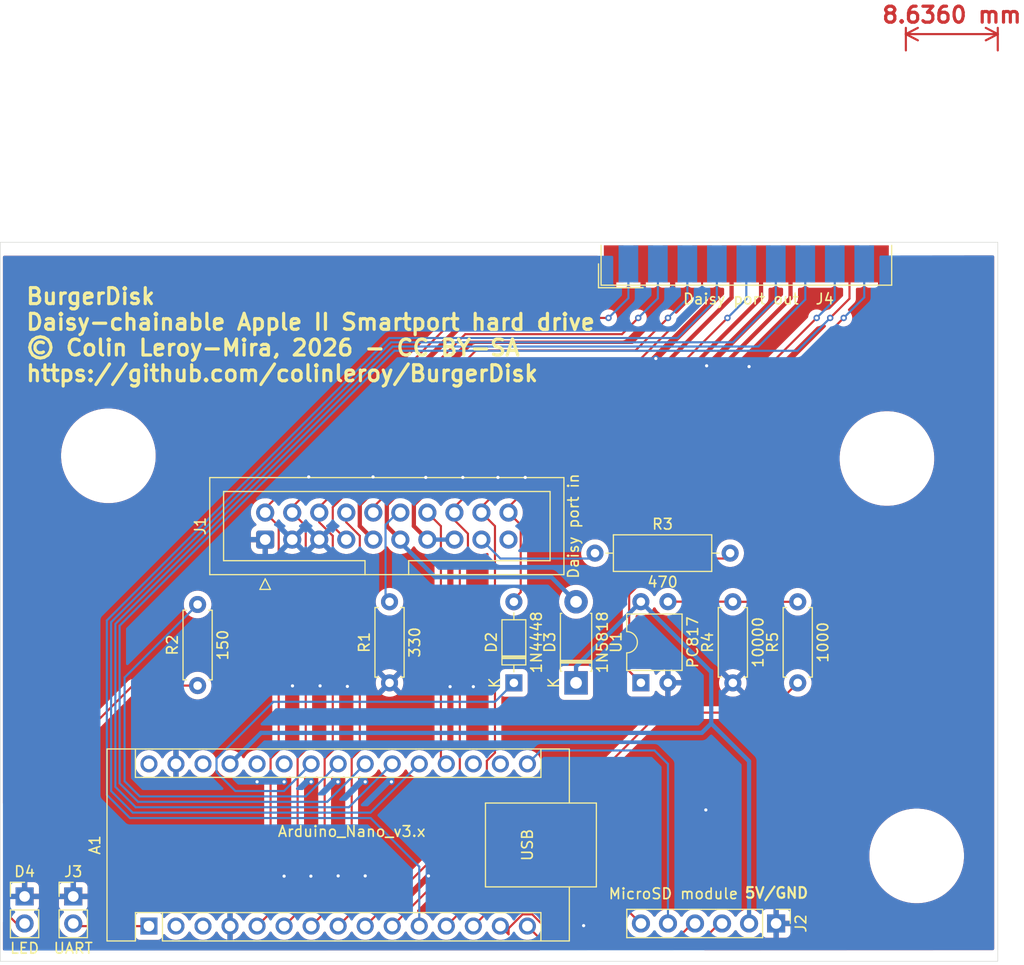
<source format=kicad_pcb>
(kicad_pcb (version 20241229) (generator "pcbnew") (generator_version "9.0")
  (layers (0 "F.Cu" signal) (2 "B.Cu" signal) (13 "F.Paste" user) (15 "B.Paste" user) (5 "F.SilkS" user "F.Silkscreen") (7 "B.SilkS" user "B.Silkscreen") (1 "F.Mask" user) (3 "B.Mask" user) (25 "Edge.Cuts" user))
  (net 0 "")
  (net 1 "TX")
  (net 2 "GND")
  (net 3 "PH0")
  (net 4 "PH1")
  (net 5 "PH2")
  (net 6 "PH3_in")
  (net 7 "RDDATA_in")
  (net 8 "WRDATA")
  (net 9 "PH3_out")
  (net 10 "DRV2_burgerDisk")
  (net 11 "CS")
  (net 12 "MOSI")
  (net 13 "MISO")
  (net 14 "SCK")
  (net 15 "DRV1_in")
  (net 16 "HDSEL_out")
  (net 17 "DRV1_out")
  (net 18 "DRV2_out")
  (net 19 "WRPROT_in")
  (net 20 "5V_burgerDisk")
  (net 21 "WRPROT_out")
  (net 22 "5V_apple2")
  (net 23 "EN3.5")
  (net 24 "-12V")
  (net 25 "+12V")
  (net 26 "DRV2_in")
  (net 27 "WREQ")
  (net 37 "Net-(R3-Pad2)")
  (net 38 "Net-(R4-Pad2)")
  (net 39 "HDSEL_in")
  (net 40 "Net-(D4-A)")
  (net 41 "Net-(A1-A4)")
  (footprint "DSUB-19-soldertype:DSUB-19_Female_EdgeMount_Pitch2.77mm" (layer "F.Cu") (at 140.97 45.72 180)
    (property "Reference" "J4" (at -7.366 -3.302 180) (layer "F.SilkS"))
    (property "Value" "Daisy port out")
    (fp_line (start 13.893333 0) (end 13.893333 -2.24) (stroke (width 0.12)) (layer "F.SilkS"))
    (fp_line (start 13.893333 -2.24) (end 9.7 -2.24) (stroke (width 0.12)) (layer "F.SilkS"))
    (fp_line (start 13.653333 1.74) (end 13.653333 -2) (stroke (width 0.12)) (layer "F.SilkS"))
    (fp_line (start 13.653333 -2) (end -13.653333 -2) (stroke (width 0.12)) (layer "F.SilkS"))
    (fp_line (start -13.653333 -2) (end -13.653333 1.74) (stroke (width 0.12)) (layer "F.SilkS"))
    (fp_text user "Daisy port out" (at 0.508 -3.302 180) (layer "F.SilkS"))
    (pad "1" smd rect (at 12.47 0 180) (size 1.846667 3.48) (layers "F.Cu" "F.Mask" "F.Paste") (net 2 "GND"))
    (pad "2" smd rect (at 9.7 0 180) (size 1.846667 3.48) (layers "F.Cu" "F.Mask" "F.Paste") (net 2 "GND"))
    (pad "3" smd rect (at 6.93 0 180) (size 1.846667 3.48) (layers "F.Cu" "F.Mask" "F.Paste") (net 2 "GND"))
    (pad "4" smd rect (at 4.16 0 180) (size 1.846667 3.48) (layers "F.Cu" "F.Mask" "F.Paste") (net 23 "EN3.5"))
    (pad "5" smd rect (at 1.39 0 180) (size 1.846667 3.48) (layers "F.Cu" "F.Mask" "F.Paste") (net 24 "-12V"))
    (pad "6" smd rect (at -1.38 0 180) (size 1.846667 3.48) (layers "F.Cu" "F.Mask" "F.Paste") (net 22 "5V_apple2"))
    (pad "7" smd rect (at -4.15 0 180) (size 1.846667 3.48) (layers "F.Cu" "F.Mask" "F.Paste") (net 25 "+12V"))
    (pad "8" smd rect (at -6.92 0 180) (size 1.846667 3.48) (layers "F.Cu" "F.Mask" "F.Paste") (net 25 "+12V"))
    (pad "9" smd rect (at -9.69 0 180) (size 1.846667 3.48) (layers "F.Cu" "F.Mask" "F.Paste") (net 18 "DRV2_out"))
    (pad "10" smd rect (at -12.46 0 180) (size 1.846667 3.48) (layers "F.Cu" "F.Mask" "F.Paste") (net 21 "WRPROT_out"))
    (pad "11" smd rect (at 11.085 0 180) (size 1.846667 3.48) (layers "B.Cu" "B.Mask" "B.Paste") (net 3 "PH0"))
    (pad "12" smd rect (at 8.315 0 180) (size 1.846667 3.48) (layers "B.Cu" "B.Mask" "B.Paste") (net 4 "PH1"))
    (pad "13" smd rect (at 5.545 0 180) (size 1.846667 3.48) (layers "B.Cu" "B.Mask" "B.Paste") (net 5 "PH2"))
    (pad "14" smd rect (at 2.775 0 180) (size 1.846667 3.48) (layers "B.Cu" "B.Mask" "B.Paste") (net 9 "PH3_out"))
    (pad "15" smd rect (at 0.005 0 180) (size 1.846667 3.48) (layers "B.Cu" "B.Mask" "B.Paste") (net 27 "WREQ"))
    (pad "16" smd rect (at -2.765 0 180) (size 1.846667 3.48) (layers "B.Cu" "B.Mask" "B.Paste") (net 16 "HDSEL_out"))
    (pad "17" smd rect (at -5.535 0 180) (size 1.846667 3.48) (layers "B.Cu" "B.Mask" "B.Paste") (net 17 "DRV1_out"))
    (pad "18" smd rect (at -8.305 0 180) (size 1.846667 3.48) (layers "B.Cu" "B.Mask" "B.Paste") (net 7 "RDDATA_in"))
    (pad "19" smd rect (at -11.075 0 180) (size 1.846667 3.48) (layers "B.Cu" "B.Mask" "B.Paste") (net 8 "WRDATA"))
  )
  (footprint "Diode_THT:D_DO-41_SOD81_P7.62mm_Horizontal" (layer "F.Cu") (at 124.968 85.09 90)
    (property "Reference" "D3" (at 3.81 -2.47 90) (layer "F.SilkS"))
    (property "Value" "1N5818" (at 3.81 2.47 90) (layer "F.SilkS"))
    (fp_line (start 6.53 -1.47) (end 6.53 -1.34) (stroke (width 0.12)) (layer "F.SilkS"))
    (fp_line (start 2.11 -1.47) (end 2.11 1.47) (stroke (width 0.12)) (layer "F.SilkS"))
    (fp_line (start 1.99 -1.47) (end 1.99 1.47) (stroke (width 0.12)) (layer "F.SilkS"))
    (fp_line (start 1.87 -1.47) (end 1.87 1.47) (stroke (width 0.12)) (layer "F.SilkS"))
    (fp_line (start 1.09 -1.47) (end 6.53 -1.47) (stroke (width 0.12)) (layer "F.SilkS"))
    (fp_line (start 1.09 -1.34) (end 1.09 -1.47) (stroke (width 0.12)) (layer "F.SilkS"))
    (fp_line (start 1.09 1.34) (end 1.09 1.47) (stroke (width 0.12)) (layer "F.SilkS"))
    (fp_line (start 6.53 1.47) (end 6.53 1.34) (stroke (width 0.12)) (layer "F.SilkS"))
    (fp_line (start 1.09 1.47) (end 6.53 1.47) (stroke (width 0.12)) (layer "F.SilkS"))
    (fp_text user "K" (at 0 -2.1 90) (layer "F.SilkS"))
    (pad "1" thru_hole rect (at 0 0 90) (size 2.2 2.2) (drill 1.1) (layers "*.Cu" "*.Mask") (net 20 "5V_burgerDisk"))
    (pad "2" thru_hole oval (at 7.62 0 90) (size 2.2 2.2) (drill 1.1) (layers "*.Cu" "*.Mask") (net 22 "5V_apple2"))
  )
  (footprint "Package_DIP:DIP-4_W7.62mm" (layer "F.Cu") (at 131.059 85.08 90)
    (property "Reference" "U1" (at 3.81 -2.33 90) (layer "F.SilkS"))
    (property "Value" "PC817" (at 3.81 4.87 90) (layer "F.SilkS"))
    (fp_line (start 6.46 -1.33) (end 4.81 -1.33) (stroke (width 0.12)) (layer "F.SilkS"))
    (fp_line (start 2.81 -1.33) (end 1.16 -1.33) (stroke (width 0.12)) (layer "F.SilkS"))
    (fp_line (start 1.16 -1.33) (end 1.16 3.87) (stroke (width 0.12)) (layer "F.SilkS"))
    (fp_line (start 6.46 3.87) (end 6.46 -1.33) (stroke (width 0.12)) (layer "F.SilkS"))
    (fp_line (start 1.16 3.87) (end 6.46 3.87) (stroke (width 0.12)) (layer "F.SilkS"))
    (fp_arc (start 4.81 -1.33) (mid 3.81 -0.33) (end 2.81 -1.33) (stroke (width 0.12)) (layer "F.SilkS"))
    (pad "1" thru_hole rect (at 0 0 90) (size 1.6 1.6) (drill 0.8) (layers "*.Cu" "*.Mask") (net 37 "Net-(R3-Pad2)"))
    (pad "2" thru_hole oval (at 0 2.54 90) (size 1.6 1.6) (drill 0.8) (layers "*.Cu" "*.Mask") (net 2 "GND"))
    (pad "3" thru_hole oval (at 7.62 2.54 90) (size 1.6 1.6) (drill 0.8) (layers "*.Cu" "*.Mask") (net 38 "Net-(R4-Pad2)"))
    (pad "4" thru_hole oval (at 7.62 0 90) (size 1.6 1.6) (drill 0.8) (layers "*.Cu" "*.Mask") (net 20 "5V_burgerDisk"))
  )
  (footprint "Resistor_THT:R_Axial_DIN0207_L6.3mm_D2.5mm_P7.62mm_Horizontal" (layer "F.Cu") (at 107.442 85.09 90)
    (property "Reference" "R1" (at 3.81 -2.37 90) (layer "F.SilkS"))
    (property "Value" "330" (at 3.81 2.37 90) (layer "F.SilkS"))
    (fp_line (start 7.08 -1.37) (end 7.08 -1.04) (stroke (width 0.12)) (layer "F.SilkS"))
    (fp_line (start 0.54 -1.37) (end 7.08 -1.37) (stroke (width 0.12)) (layer "F.SilkS"))
    (fp_line (start 0.54 -1.04) (end 0.54 -1.37) (stroke (width 0.12)) (layer "F.SilkS"))
    (fp_line (start 0.54 1.04) (end 0.54 1.37) (stroke (width 0.12)) (layer "F.SilkS"))
    (fp_line (start 7.08 1.37) (end 7.08 1.04) (stroke (width 0.12)) (layer "F.SilkS"))
    (fp_line (start 0.54 1.37) (end 7.08 1.37) (stroke (width 0.12)) (layer "F.SilkS"))
    (pad "1" thru_hole circle (at 0 0 90) (size 1.6 1.6) (drill 0.8) (layers "*.Cu" "*.Mask") (net 2 "GND"))
    (pad "2" thru_hole oval (at 7.62 0 90) (size 1.6 1.6) (drill 0.8) (layers "*.Cu" "*.Mask") (net 39 "HDSEL_in"))
  )
  (footprint "Connector_PinHeader_2.54mm:PinHeader_1x02_P2.54mm_Vertical" (layer "F.Cu") (at 73.152 105.156)
    (property "Reference" "D4" (at 0 -2.33 0) (layer "F.SilkS"))
    (property "Value" "LED" (at 0 4.87 0) (layer "F.SilkS"))
    (fp_line (start -1.33 -1.33) (end 0 -1.33) (stroke (width 0.12)) (layer "F.SilkS"))
    (fp_line (start -1.33 0) (end -1.33 -1.33) (stroke (width 0.12)) (layer "F.SilkS"))
    (fp_line (start -1.33 1.27) (end -1.33 3.87) (stroke (width 0.12)) (layer "F.SilkS"))
    (fp_line (start -1.33 1.27) (end 1.33 1.27) (stroke (width 0.12)) (layer "F.SilkS"))
    (fp_line (start -1.33 3.87) (end 1.33 3.87) (stroke (width 0.12)) (layer "F.SilkS"))
    (fp_line (start 1.33 1.27) (end 1.33 3.87) (stroke (width 0.12)) (layer "F.SilkS"))
    (pad "1" thru_hole rect (at 0 0) (size 1.7 1.7) (drill 1) (layers "*.Cu" "*.Mask") (net 2 "GND"))
    (pad "2" thru_hole oval (at 0 2.54) (size 1.7 1.7) (drill 1) (layers "*.Cu" "*.Mask") (net 40 "Net-(D4-A)"))
  )
  (footprint "MountingHole:MountingHole_8.4mm_M8" (layer "F.Cu") (at 154.178 64.008)
    (property "Reference" "REF**")
    (property "Value" "MountingHole_8.4mm_M8")
    (pad "" np_thru_hole circle (at 0 0) (size 8.4 8.4) (drill 8.4) (layers "*.Cu" "*.Mask"))
  )
  (footprint "Connector_PinHeader_2.54mm:PinHeader_1x02_P2.54mm_Vertical" (layer "F.Cu") (at 77.724 105.156)
    (property "Reference" "J3" (at 0 -2.33 0) (layer "F.SilkS"))
    (property "Value" "UART" (at 0 4.87 0) (layer "F.SilkS"))
    (fp_line (start -1.33 -1.33) (end 0 -1.33) (stroke (width 0.12)) (layer "F.SilkS"))
    (fp_line (start -1.33 0) (end -1.33 -1.33) (stroke (width 0.12)) (layer "F.SilkS"))
    (fp_line (start -1.33 1.27) (end -1.33 3.87) (stroke (width 0.12)) (layer "F.SilkS"))
    (fp_line (start -1.33 1.27) (end 1.33 1.27) (stroke (width 0.12)) (layer "F.SilkS"))
    (fp_line (start -1.33 3.87) (end 1.33 3.87) (stroke (width 0.12)) (layer "F.SilkS"))
    (fp_line (start 1.33 1.27) (end 1.33 3.87) (stroke (width 0.12)) (layer "F.SilkS"))
    (pad "1" thru_hole rect (at 0 0) (size 1.7 1.7) (drill 1) (layers "*.Cu" "*.Mask") (net 2 "GND"))
    (pad "2" thru_hole oval (at 0 2.54) (size 1.7 1.7) (drill 1) (layers "*.Cu" "*.Mask") (net 1 "TX"))
  )
  (footprint "MountingHole:MountingHole_8.4mm_M8" (layer "F.Cu") (at 156.972 101.346)
    (property "Reference" "REF**")
    (property "Value" "MountingHole_8.4mm_M8")
    (pad "" np_thru_hole circle (at 0 0) (size 8.4 8.4) (drill 8.4) (layers "*.Cu" "*.Mask"))
  )
  (footprint "MountingHole:MountingHole_8.4mm_M8" (layer "F.Cu") (at 81.026 63.754)
    (property "Reference" "REF**")
    (property "Value" "MountingHole_8.4mm_M8")
    (pad "" np_thru_hole circle (at 0 0) (size 8.4 8.4) (drill 8.4) (layers "*.Cu" "*.Mask"))
  )
  (footprint "Resistor_THT:R_Axial_DIN0309_L9.0mm_D3.2mm_P12.70mm_Horizontal" (layer "F.Cu") (at 126.746 72.898)
    (property "Reference" "R3" (at 6.35 -2.72 0) (layer "F.SilkS"))
    (property "Value" "470" (at 6.35 2.72 0) (layer "F.SilkS"))
    (fp_line (start 1.04 0) (end 1.73 0) (stroke (width 0.12)) (layer "F.SilkS"))
    (fp_line (start 1.73 -1.72) (end 1.73 1.72) (stroke (width 0.12)) (layer "F.SilkS"))
    (fp_line (start 1.73 1.72) (end 10.97 1.72) (stroke (width 0.12)) (layer "F.SilkS"))
    (fp_line (start 10.97 -1.72) (end 1.73 -1.72) (stroke (width 0.12)) (layer "F.SilkS"))
    (fp_line (start 10.97 1.72) (end 10.97 -1.72) (stroke (width 0.12)) (layer "F.SilkS"))
    (fp_line (start 11.66 0) (end 10.97 0) (stroke (width 0.12)) (layer "F.SilkS"))
    (pad "1" thru_hole circle (at 0 0) (size 1.6 1.6) (drill 0.8) (layers "*.Cu" "*.Mask") (net 26 "DRV2_in"))
    (pad "2" thru_hole oval (at 12.7 0) (size 1.6 1.6) (drill 0.8) (layers "*.Cu" "*.Mask") (net 37 "Net-(R3-Pad2)"))
  )
  (footprint "Resistor_THT:R_Axial_DIN0207_L6.3mm_D2.5mm_P7.62mm_Horizontal" (layer "F.Cu") (at 139.7 85.09 90)
    (property "Reference" "R4" (at 3.81 -2.37 90) (layer "F.SilkS"))
    (property "Value" "10000" (at 3.81 2.37 90) (layer "F.SilkS"))
    (fp_line (start 7.08 -1.37) (end 7.08 -1.04) (stroke (width 0.12)) (layer "F.SilkS"))
    (fp_line (start 0.54 -1.37) (end 7.08 -1.37) (stroke (width 0.12)) (layer "F.SilkS"))
    (fp_line (start 0.54 -1.04) (end 0.54 -1.37) (stroke (width 0.12)) (layer "F.SilkS"))
    (fp_line (start 0.54 1.04) (end 0.54 1.37) (stroke (width 0.12)) (layer "F.SilkS"))
    (fp_line (start 7.08 1.37) (end 7.08 1.04) (stroke (width 0.12)) (layer "F.SilkS"))
    (fp_line (start 0.54 1.37) (end 7.08 1.37) (stroke (width 0.12)) (layer "F.SilkS"))
    (pad "1" thru_hole circle (at 0 0 90) (size 1.6 1.6) (drill 0.8) (layers "*.Cu" "*.Mask") (net 2 "GND"))
    (pad "2" thru_hole oval (at 7.62 0 90) (size 1.6 1.6) (drill 0.8) (layers "*.Cu" "*.Mask") (net 38 "Net-(R4-Pad2)"))
  )
  (footprint "Module:Arduino_Nano" (layer "F.Cu") (at 84.836 107.94 90)
    (property "Reference" "A1" (at 7.62 -5.08 90) (layer "F.SilkS"))
    (property "Value" "Arduino_Nano_v3.x" (at 8.89 19.05 0) (layer "F.SilkS"))
    (fp_line (start 16.64 -3.94) (end -1.4 -3.94) (stroke (width 0.12)) (layer "F.SilkS"))
    (fp_line (start -1.4 -3.94) (end -1.4 -1.27) (stroke (width 0.12)) (layer "F.SilkS"))
    (fp_line (start 13.97 -1.27) (end 16.64 -1.27) (stroke (width 0.12)) (layer "F.SilkS"))
    (fp_line (start 13.97 -1.27) (end 13.97 36.83) (stroke (width 0.12)) (layer "F.SilkS"))
    (fp_line (start 1.27 -1.27) (end -1.4 -1.27) (stroke (width 0.12)) (layer "F.SilkS"))
    (fp_line (start 1.27 1.27) (end 1.27 -1.27) (stroke (width 0.12)) (layer "F.SilkS"))
    (fp_line (start 1.27 1.27) (end -1.4 1.27) (stroke (width 0.12)) (layer "F.SilkS"))
    (fp_line (start 1.27 1.27) (end 1.27 36.83) (stroke (width 0.12)) (layer "F.SilkS"))
    (fp_line (start -1.4 1.27) (end -1.4 39.5) (stroke (width 0.12)) (layer "F.SilkS"))
    (fp_line (start 11.56 31.62) (end 11.56 42.04) (stroke (width 0.12)) (layer "F.SilkS"))
    (fp_line (start 3.68 31.62) (end 11.56 31.62) (stroke (width 0.12)) (layer "F.SilkS"))
    (fp_line (start 13.97 36.83) (end 16.64 36.83) (stroke (width 0.12)) (layer "F.SilkS"))
    (fp_line (start 1.27 36.83) (end -1.4 36.83) (stroke (width 0.12)) (layer "F.SilkS"))
    (fp_line (start 16.64 39.5) (end 16.64 -3.94) (stroke (width 0.12)) (layer "F.SilkS"))
    (fp_line (start 16.64 39.5) (end 11.56 39.5) (stroke (width 0.12)) (layer "F.SilkS"))
    (fp_line (start -1.4 39.5) (end 3.68 39.5) (stroke (width 0.12)) (layer "F.SilkS"))
    (fp_line (start 11.56 42.04) (end 3.68 42.04) (stroke (width 0.12)) (layer "F.SilkS"))
    (fp_line (start 3.68 42.04) (end 3.68 31.62) (stroke (width 0.12)) (layer "F.SilkS"))
    (fp_text user "USB" (at 7.62 35.56 90) (layer "F.SilkS"))
    (pad "1" thru_hole rect (at 0 0 90) (size 1.6 1.6) (drill 1) (layers "*.Cu" "*.Mask") (net 1 "TX"))
    (pad "2" thru_hole oval (at 0 2.54 90) (size 1.6 1.6) (drill 1) (layers "*.Cu" "*.Mask"))
    (pad "3" thru_hole oval (at 0 5.08 90) (size 1.6 1.6) (drill 1) (layers "*.Cu" "*.Mask"))
    (pad "4" thru_hole oval (at 0 7.62 90) (size 1.6 1.6) (drill 1) (layers "*.Cu" "*.Mask") (net 2 "GND"))
    (pad "5" thru_hole oval (at 0 10.16 90) (size 1.6 1.6) (drill 1) (layers "*.Cu" "*.Mask") (net 3 "PH0"))
    (pad "6" thru_hole oval (at 0 12.7 90) (size 1.6 1.6) (drill 1) (layers "*.Cu" "*.Mask") (net 4 "PH1"))
    (pad "7" thru_hole oval (at 0 15.24 90) (size 1.6 1.6) (drill 1) (layers "*.Cu" "*.Mask") (net 5 "PH2"))
    (pad "8" thru_hole oval (at 0 17.78 90) (size 1.6 1.6) (drill 1) (layers "*.Cu" "*.Mask") (net 6 "PH3_in"))
    (pad "9" thru_hole oval (at 0 20.32 90) (size 1.6 1.6) (drill 1) (layers "*.Cu" "*.Mask") (net 7 "RDDATA_in"))
    (pad "10" thru_hole oval (at 0 22.86 90) (size 1.6 1.6) (drill 1) (layers "*.Cu" "*.Mask") (net 8 "WRDATA"))
    (pad "11" thru_hole oval (at 0 25.4 90) (size 1.6 1.6) (drill 1) (layers "*.Cu" "*.Mask") (net 9 "PH3_out"))
    (pad "12" thru_hole oval (at 0 27.94 90) (size 1.6 1.6) (drill 1) (layers "*.Cu" "*.Mask") (net 10 "DRV2_burgerDisk"))
    (pad "13" thru_hole oval (at 0 30.48 90) (size 1.6 1.6) (drill 1) (layers "*.Cu" "*.Mask") (net 11 "CS"))
    (pad "14" thru_hole oval (at 0 33.02 90) (size 1.6 1.6) (drill 1) (layers "*.Cu" "*.Mask") (net 12 "MOSI"))
    (pad "15" thru_hole oval (at 0 35.56 90) (size 1.6 1.6) (drill 1) (layers "*.Cu" "*.Mask") (net 13 "MISO"))
    (pad "16" thru_hole oval (at 15.24 35.56 90) (size 1.6 1.6) (drill 1) (layers "*.Cu" "*.Mask") (net 14 "SCK"))
    (pad "17" thru_hole oval (at 15.24 33.02 90) (size 1.6 1.6) (drill 1) (layers "*.Cu" "*.Mask"))
    (pad "18" thru_hole oval (at 15.24 30.48 90) (size 1.6 1.6) (drill 1) (layers "*.Cu" "*.Mask"))
    (pad "19" thru_hole oval (at 15.24 27.94 90) (size 1.6 1.6) (drill 1) (layers "*.Cu" "*.Mask") (net 15 "DRV1_in"))
    (pad "20" thru_hole oval (at 15.24 25.4 90) (size 1.6 1.6) (drill 1) (layers "*.Cu" "*.Mask") (net 16 "HDSEL_out"))
    (pad "21" thru_hole oval (at 15.24 22.86 90) (size 1.6 1.6) (drill 1) (layers "*.Cu" "*.Mask") (net 17 "DRV1_out"))
    (pad "22" thru_hole oval (at 15.24 20.32 90) (size 1.6 1.6) (drill 1) (layers "*.Cu" "*.Mask") (net 18 "DRV2_out"))
    (pad "23" thru_hole oval (at 15.24 17.78 90) (size 1.6 1.6) (drill 1) (layers "*.Cu" "*.Mask") (net 41 "Net-(A1-A4)"))
    (pad "24" thru_hole oval (at 15.24 15.24 90) (size 1.6 1.6) (drill 1) (layers "*.Cu" "*.Mask") (net 19 "WRPROT_in"))
    (pad "25" thru_hole oval (at 15.24 12.7 90) (size 1.6 1.6) (drill 1) (layers "*.Cu" "*.Mask"))
    (pad "26" thru_hole oval (at 15.24 10.16 90) (size 1.6 1.6) (drill 1) (layers "*.Cu" "*.Mask"))
    (pad "27" thru_hole oval (at 15.24 7.62 90) (size 1.6 1.6) (drill 1) (layers "*.Cu" "*.Mask") (net 20 "5V_burgerDisk"))
    (pad "28" thru_hole oval (at 15.24 5.08 90) (size 1.6 1.6) (drill 1) (layers "*.Cu" "*.Mask"))
    (pad "29" thru_hole oval (at 15.24 2.54 90) (size 1.6 1.6) (drill 1) (layers "*.Cu" "*.Mask") (net 2 "GND"))
    (pad "30" thru_hole oval (at 15.24 0 90) (size 1.6 1.6) (drill 1) (layers "*.Cu" "*.Mask"))
  )
  (footprint "Connector_IDC:IDC-Header_2x10_P2.54mm_Vertical" (layer "F.Cu") (at 95.758 71.628 90)
    (property "Reference" "J1" (at 1.27 -6.1 90) (layer "F.SilkS"))
    (property "Value" "Daisy port in" (at 1.27 28.96 90) (layer "F.SilkS"))
    (fp_line (start 5.83 -5.21) (end 5.83 28.07) (stroke (width 0.12)) (layer "F.SilkS"))
    (fp_line (start -3.29 -5.21) (end 5.83 -5.21) (stroke (width 0.12)) (layer "F.SilkS"))
    (fp_line (start 4.52 -3.91) (end 4.52 26.77) (stroke (width 0.12)) (layer "F.SilkS"))
    (fp_line (start -1.98 -3.91) (end 4.52 -3.91) (stroke (width 0.12)) (layer "F.SilkS"))
    (fp_line (start -4.68 -0.5) (end -4.68 0.5) (stroke (width 0.12)) (layer "F.SilkS"))
    (fp_line (start -3.68 0) (end -4.68 -0.5) (stroke (width 0.12)) (layer "F.SilkS"))
    (fp_line (start -4.68 0.5) (end -3.68 0) (stroke (width 0.12)) (layer "F.SilkS"))
    (fp_line (start -1.98 9.38) (end -1.98 -3.91) (stroke (width 0.12)) (layer "F.SilkS"))
    (fp_line (start -3.29 9.38) (end -1.98 9.38) (stroke (width 0.12)) (layer "F.SilkS"))
    (fp_line (start -1.98 13.48) (end -1.98 13.48) (stroke (width 0.12)) (layer "F.SilkS"))
    (fp_line (start -1.98 13.48) (end -3.29 13.48) (stroke (width 0.12)) (layer "F.SilkS"))
    (fp_line (start 4.52 26.77) (end -1.98 26.77) (stroke (width 0.12)) (layer "F.SilkS"))
    (fp_line (start -1.98 26.77) (end -1.98 13.48) (stroke (width 0.12)) (layer "F.SilkS"))
    (fp_line (start 5.83 28.07) (end -3.29 28.07) (stroke (width 0.12)) (layer "F.SilkS"))
    (fp_line (start -3.29 28.07) (end -3.29 -5.21) (stroke (width 0.12)) (layer "F.SilkS"))
    (pad "1" thru_hole roundrect (at 0 0 90) (size 1.7 1.7) (drill 1) (layers "*.Cu" "*.Mask") (roundrect_rratio 0.1470588235) (net 2 "GND"))
    (pad "2" thru_hole circle (at 2.54 0 90) (size 1.7 1.7) (drill 1) (layers "*.Cu" "*.Mask") (net 3 "PH0"))
    (pad "3" thru_hole circle (at 0 2.54 90) (size 1.7 1.7) (drill 1) (layers "*.Cu" "*.Mask") (net 2 "GND"))
    (pad "4" thru_hole circle (at 2.54 2.54 90) (size 1.7 1.7) (drill 1) (layers "*.Cu" "*.Mask") (net 4 "PH1"))
    (pad "5" thru_hole circle (at 0 5.08 90) (size 1.7 1.7) (drill 1) (layers "*.Cu" "*.Mask") (net 2 "GND"))
    (pad "6" thru_hole circle (at 2.54 5.08 90) (size 1.7 1.7) (drill 1) (layers "*.Cu" "*.Mask") (net 5 "PH2"))
    (pad "7" thru_hole circle (at 0 7.62 90) (size 1.7 1.7) (drill 1) (layers "*.Cu" "*.Mask") (net 23 "EN3.5"))
    (pad "8" thru_hole circle (at 2.54 7.62 90) (size 1.7 1.7) (drill 1) (layers "*.Cu" "*.Mask") (net 6 "PH3_in"))
    (pad "9" thru_hole circle (at 0 10.16 90) (size 1.7 1.7) (drill 1) (layers "*.Cu" "*.Mask") (net 24 "-12V"))
    (pad "10" thru_hole circle (at 2.54 10.16 90) (size 1.7 1.7) (drill 1) (layers "*.Cu" "*.Mask") (net 27 "WREQ"))
    (pad "11" thru_hole circle (at 0 12.7 90) (size 1.7 1.7) (drill 1) (layers "*.Cu" "*.Mask") (net 22 "5V_apple2"))
    (pad "12" thru_hole circle (at 2.54 12.7 90) (size 1.7 1.7) (drill 1) (layers "*.Cu" "*.Mask") (net 39 "HDSEL_in"))
    (pad "13" thru_hole circle (at 0 15.24 90) (size 1.7 1.7) (drill 1) (layers "*.Cu" "*.Mask") (net 25 "+12V"))
    (pad "14" thru_hole circle (at 2.54 15.24 90) (size 1.7 1.7) (drill 1) (layers "*.Cu" "*.Mask") (net 15 "DRV1_in"))
    (pad "15" thru_hole circle (at 0 17.78 90) (size 1.7 1.7) (drill 1) (layers "*.Cu" "*.Mask") (net 25 "+12V"))
    (pad "16" thru_hole circle (at 2.54 17.78 90) (size 1.7 1.7) (drill 1) (layers "*.Cu" "*.Mask") (net 7 "RDDATA_in"))
    (pad "17" thru_hole circle (at 0 20.32 90) (size 1.7 1.7) (drill 1) (layers "*.Cu" "*.Mask") (net 26 "DRV2_in"))
    (pad "18" thru_hole circle (at 2.54 20.32 90) (size 1.7 1.7) (drill 1) (layers "*.Cu" "*.Mask") (net 8 "WRDATA"))
    (pad "19" thru_hole circle (at 0 22.86 90) (size 1.7 1.7) (drill 1) (layers "*.Cu" "*.Mask"))
    (pad "20" thru_hole circle (at 2.54 22.86 90) (size 1.7 1.7) (drill 1) (layers "*.Cu" "*.Mask") (net 21 "WRPROT_out"))
  )
  (footprint "Connector_PinHeader_2.54mm:PinHeader_1x06_P2.54mm_Vertical" (layer "F.Cu") (at 143.764 107.696 -90)
    (property "Reference" "J2" (at 0 -2.33 270) (layer "F.SilkS"))
    (property "Value" "MicroSD module" (at -2.794 9.652 0) (layer "F.SilkS"))
    (fp_line (start -1.33 14.03) (end 1.33 14.03) (stroke (width 0.12)) (layer "F.SilkS"))
    (fp_line (start -1.33 1.27) (end -1.33 14.03) (stroke (width 0.12)) (layer "F.SilkS"))
    (fp_line (start -1.33 1.27) (end 1.33 1.27) (stroke (width 0.12)) (layer "F.SilkS"))
    (fp_line (start 1.33 1.27) (end 1.33 14.03) (stroke (width 0.12)) (layer "F.SilkS"))
    (fp_line (start -1.33 0) (end -1.33 -1.33) (stroke (width 0.12)) (layer "F.SilkS"))
    (fp_line (start -1.33 -1.33) (end 0 -1.33) (stroke (width 0.12)) (layer "F.SilkS"))
    (pad "1" thru_hole rect (at 0 0 270) (size 1.7 1.7) (drill 1) (layers "*.Cu" "*.Mask") (net 2 "GND"))
    (pad "2" thru_hole oval (at 0 2.54 270) (size 1.7 1.7) (drill 1) (layers "*.Cu" "*.Mask") (net 20 "5V_burgerDisk"))
    (pad "3" thru_hole oval (at 0 5.08 270) (size 1.7 1.7) (drill 1) (layers "*.Cu" "*.Mask") (net 13 "MISO"))
    (pad "4" thru_hole oval (at 0 7.62 270) (size 1.7 1.7) (drill 1) (layers "*.Cu" "*.Mask") (net 12 "MOSI"))
    (pad "5" thru_hole oval (at 0 10.16 270) (size 1.7 1.7) (drill 1) (layers "*.Cu" "*.Mask") (net 14 "SCK"))
    (pad "6" thru_hole oval (at 0 12.7 270) (size 1.7 1.7) (drill 1) (layers "*.Cu" "*.Mask") (net 11 "CS"))
  )
  (footprint "Diode_THT:D_DO-35_SOD27_P7.62mm_Horizontal" (layer "F.Cu") (at 119.126 85.09 90)
    (property "Reference" "D2" (at 3.81 -2.12 90) (layer "F.SilkS"))
    (property "Value" "1N4448" (at 3.81 2.12 90) (layer "F.SilkS"))
    (fp_line (start 5.93 -1.12) (end 1.69 -1.12) (stroke (width 0.12)) (layer "F.SilkS"))
    (fp_line (start 2.53 -1.12) (end 2.53 1.12) (stroke (width 0.12)) (layer "F.SilkS"))
    (fp_line (start 2.41 -1.12) (end 2.41 1.12) (stroke (width 0.12)) (layer "F.SilkS"))
    (fp_line (start 2.29 -1.12) (end 2.29 1.12) (stroke (width 0.12)) (layer "F.SilkS"))
    (fp_line (start 1.69 -1.12) (end 1.69 1.12) (stroke (width 0.12)) (layer "F.SilkS"))
    (fp_line (start 6.58 0) (end 5.93 0) (stroke (width 0.12)) (layer "F.SilkS"))
    (fp_line (start 1.04 0) (end 1.69 0) (stroke (width 0.12)) (layer "F.SilkS"))
    (fp_line (start 5.93 1.12) (end 5.93 -1.12) (stroke (width 0.12)) (layer "F.SilkS"))
    (fp_line (start 1.69 1.12) (end 5.93 1.12) (stroke (width 0.12)) (layer "F.SilkS"))
    (fp_text user "K" (at 0 -1.8 90) (layer "F.SilkS"))
    (pad "1" thru_hole rect (at 0 0 90) (size 1.6 1.6) (drill 0.8) (layers "*.Cu" "*.Mask") (net 19 "WRPROT_in"))
    (pad "2" thru_hole oval (at 7.62 0 90) (size 1.6 1.6) (drill 0.8) (layers "*.Cu" "*.Mask") (net 21 "WRPROT_out"))
  )
  (footprint "Resistor_THT:R_Axial_DIN0207_L6.3mm_D2.5mm_P7.62mm_Horizontal" (layer "F.Cu") (at 89.408 85.344 90)
    (property "Reference" "R2" (at 3.81 -2.37 90) (layer "F.SilkS"))
    (property "Value" "150" (at 3.81 2.37 90) (layer "F.SilkS"))
    (fp_line (start 7.08 -1.37) (end 7.08 -1.04) (stroke (width 0.12)) (layer "F.SilkS"))
    (fp_line (start 0.54 -1.37) (end 7.08 -1.37) (stroke (width 0.12)) (layer "F.SilkS"))
    (fp_line (start 0.54 -1.04) (end 0.54 -1.37) (stroke (width 0.12)) (layer "F.SilkS"))
    (fp_line (start 0.54 1.04) (end 0.54 1.37) (stroke (width 0.12)) (layer "F.SilkS"))
    (fp_line (start 7.08 1.37) (end 7.08 1.04) (stroke (width 0.12)) (layer "F.SilkS"))
    (fp_line (start 0.54 1.37) (end 7.08 1.37) (stroke (width 0.12)) (layer "F.SilkS"))
    (pad "1" thru_hole circle (at 0 0 90) (size 1.6 1.6) (drill 0.8) (layers "*.Cu" "*.Mask") (net 40 "Net-(D4-A)"))
    (pad "2" thru_hole oval (at 7.62 0 90) (size 1.6 1.6) (drill 0.8) (layers "*.Cu" "*.Mask") (net 41 "Net-(A1-A4)"))
  )
  (footprint "Resistor_THT:R_Axial_DIN0207_L6.3mm_D2.5mm_P7.62mm_Horizontal" (layer "F.Cu") (at 145.796 85.09 90)
    (property "Reference" "R5" (at 3.81 -2.37 90) (layer "F.SilkS"))
    (property "Value" "1000" (at 3.81 2.37 90) (layer "F.SilkS"))
    (fp_line (start 7.08 -1.37) (end 7.08 -1.04) (stroke (width 0.12)) (layer "F.SilkS"))
    (fp_line (start 0.54 -1.37) (end 7.08 -1.37) (stroke (width 0.12)) (layer "F.SilkS"))
    (fp_line (start 0.54 -1.04) (end 0.54 -1.37) (stroke (width 0.12)) (layer "F.SilkS"))
    (fp_line (start 0.54 1.04) (end 0.54 1.37) (stroke (width 0.12)) (layer "F.SilkS"))
    (fp_line (start 7.08 1.37) (end 7.08 1.04) (stroke (width 0.12)) (layer "F.SilkS"))
    (fp_line (start 0.54 1.37) (end 7.08 1.37) (stroke (width 0.12)) (layer "F.SilkS"))
    (pad "1" thru_hole circle (at 0 0 90) (size 1.6 1.6) (drill 0.8) (layers "*.Cu" "*.Mask") (net 10 "DRV2_burgerDisk"))
    (pad "2" thru_hole oval (at 7.62 0 90) (size 1.6 1.6) (drill 0.8) (layers "*.Cu" "*.Mask") (net 38 "Net-(R4-Pad2)"))
  )
  (gr_rect (start 70.866 43.688) (end 164.592 111.252) (stroke (width 0.05)) (fill no) (layer "Edge.Cuts"))
  (gr_text "5V/GND" (at 140.716 105.41 0) (layer "F.SilkS") (effects (font (size 1 1) (thickness 0.2) (bold yes)) (justify left bottom)))
  (gr_text "BurgerDisk\nDaisy-chainable Apple II Smartport hard drive\n© Colin Leroy-Mira, 2026 - CC BY-SA\nhttps://github.com/colinleroy/BurgerDisk" (at 73.152 56.896 0) (layer "F.SilkS") (effects (font (size 1.5 1.5) (thickness 0.3) (bold yes)) (justify left bottom)))
  (dimension (type aligned) (layer "F.Cu") (pts (xy 155.956 26.162) (xy 164.592 26.162)) (height -2.032) (format (prefix "") (suffix "") (units 3) (units_format 1) (precision 4)) (style (thickness 0.2) (arrow_length 1.27) (text_position_mode 0) (arrow_direction outward) (extension_height 0.58642) (extension_offset 0.5) (keep_text_aligned yes)) (gr_text "8,6360 mm" (at 160.274 22.33 0) (layer "F.Cu") (effects (font (size 1.5 1.5) (thickness 0.3)))))
  (segment (start 77.724 107.696) (end 77.973 107.945) (width 0.2) (layer "F.Cu") (net 1))
  (segment (start 77.973 107.945) (end 84.831 107.945) (width 0.2) (layer "F.Cu") (net 1))
  (segment (start 84.831 107.945) (end 84.836 107.94) (width 0.2) (layer "F.Cu") (net 1))
  (segment (start 139.69 85.08) (end 139.7 85.09) (width 0.2) (layer "F.Cu") (net 2))
  (via (at 141.224 55.372) (size 0.6) (drill 0.3) (layers "F.Cu" "B.Cu") (net 2))
  (via (at 102.616 103.2256) (size 0.6) (drill 0.3) (layers "F.Cu" "B.Cu") (net 2))
  (via (at 105.156 94.3864) (size 0.6) (drill 0.3) (layers "F.Cu" "B.Cu") (net 2))
  (via (at 137.16 97.028) (size 0.6) (drill 0.3) (layers "F.Cu" "B.Cu") (net 2))
  (via (at 132.461 54.61) (size 0.6) (drill 0.3) (layers "F.Cu" "B.Cu") (net 2))
  (via (at 107.6198 94.3864) (size 0.6) (drill 0.3) (layers "F.Cu" "B.Cu") (net 2))
  (via (at 97.536 103.251) (size 0.6) (drill 0.3) (layers "F.Cu" "B.Cu") (net 2))
  (via (at 99.8474 65.7352) (size 0.6) (drill 0.3) (layers "F.Cu" "B.Cu") (net 2))
  (via (at 113.1316 85.4456) (size 0.6) (drill 0.3) (layers "F.Cu" "B.Cu") (net 2))
  (via (at 117.6274 65.786) (size 0.6) (drill 0.3) (layers "F.Cu" "B.Cu") (net 2))
  (via (at 105.8926 65.7352) (size 0.6) (drill 0.3) (layers "F.Cu" "B.Cu") (net 2))
  (via (at 100.076 94.3864) (size 0.6) (drill 0.3) (layers "F.Cu" "B.Cu") (net 2))
  (via (at 100.9142 85.3694) (size 0.6) (drill 0.3) (layers "F.Cu" "B.Cu") (net 2))
  (via (at 115.316 85.4456) (size 0.6) (drill 0.3) (layers "F.Cu" "B.Cu") (net 2))
  (via (at 98.3234 85.3694) (size 0.6) (drill 0.3) (layers "F.Cu" "B.Cu") (net 2))
  (via (at 103.4796 85.4202) (size 0.6) (drill 0.3) (layers "F.Cu" "B.Cu") (net 2))
  (via (at 125.6792 107.8992) (size 0.6) (drill 0.3) (layers "F.Cu" "B.Cu") (net 2))
  (via (at 137.2362 55.2958) (size 0.6) (drill 0.3) (layers "F.Cu" "B.Cu") (net 2))
  (via (at 94.996 94.3864) (size 0.6) (drill 0.3) (layers "F.Cu" "B.Cu") (net 2))
  (via (at 110.8456 65.786) (size 0.6) (drill 0.3) (layers "F.Cu" "B.Cu") (net 2))
  (via (at 111.0996 103.2256) (size 0.6) (drill 0.3) (layers "F.Cu" "B.Cu") (net 2))
  (via (at 105.156 103.2256) (size 0.6) (drill 0.3) (layers "F.Cu" "B.Cu") (net 2))
  (via (at 102.5906 94.3864) (size 0.6) (drill 0.3) (layers "F.Cu" "B.Cu") (net 2))
  (via (at 114.3254 65.786) (size 0.6) (drill 0.3) (layers "F.Cu" "B.Cu") (net 2))
  (via (at 120.1928 65.786) (size 0.6) (drill 0.3) (layers "F.Cu" "B.Cu") (net 2))
  (via (at 97.536 94.3864) (size 0.6) (drill 0.3) (layers "F.Cu" "B.Cu") (net 2))
  (via (at 100.0506 103.251) (size 0.6) (drill 0.3) (layers "F.Cu" "B.Cu") (net 2))
  (segment (start 97.028 91.44) (end 96.266 92.202) (width 0.2) (layer "F.Cu") (net 3))
  (segment (start 113.665 50.8) (end 95.758 68.707) (width 0.2) (layer "F.Cu") (net 3))
  (segment (start 95.758 68.707) (end 95.758 69.088) (width 0.2) (layer "F.Cu") (net 3))
  (segment (start 96.266 106.67) (end 94.996 107.94) (width 0.2) (layer "F.Cu") (net 3))
  (segment (start 96.266 92.202) (end 96.266 106.67) (width 0.2) (layer "F.Cu") (net 3))
  (segment (start 95.758 69.088) (end 97.028 70.358) (width 0.2) (layer "F.Cu") (net 3))
  (segment (start 97.028 70.358) (end 97.028 91.44) (width 0.2) (layer "F.Cu") (net 3))
  (segment (start 128.016 50.8) (end 113.665 50.8) (width 0.2) (layer "F.Cu") (net 3))
  (via (at 128.016 50.8) (size 0.6) (drill 0.3) (layers "F.Cu" "B.Cu") (net 3))
  (segment (start 128.016 50.8) (end 129.885 48.931) (width 0.2) (layer "B.Cu") (net 3))
  (segment (start 129.885 48.931) (end 129.885 45.72) (width 0.2) (layer "B.Cu") (net 3))
  (segment (start 98.298 69.088) (end 99.568 70.358) (width 0.2) (layer "F.Cu") (net 4))
  (segment (start 99.568 91.376182) (end 98.806 92.138182) (width 0.2) (layer "F.Cu") (net 4))
  (segment (start 99.568 70.358) (end 99.568 91.376182) (width 0.2) (layer "F.Cu") (net 4))
  (segment (start 114.554 52.324) (end 98.298 68.58) (width 0.2) (layer "F.Cu") (net 4))
  (segment (start 98.806 106.67) (end 97.536 107.94) (width 0.2) (layer "F.Cu") (net 4))
  (segment (start 98.298 68.58) (end 98.298 69.088) (width 0.2) (layer "F.Cu") (net 4))
  (segment (start 130.81 50.8) (end 129.286 52.324) (width 0.2) (layer "F.Cu") (net 4))
  (segment (start 129.286 52.324) (end 114.554 52.324) (width 0.2) (layer "F.Cu") (net 4))
  (segment (start 98.806 92.138182) (end 98.806 106.67) (width 0.2) (layer "F.Cu") (net 4))
  (via (at 130.81 50.8) (size 0.6) (drill 0.3) (layers "F.Cu" "B.Cu") (net 4))
  (segment (start 132.655 48.955) (end 132.655 45.72) (width 0.2) (layer "B.Cu") (net 4))
  (segment (start 130.81 50.8) (end 132.655 48.955) (width 0.2) (layer "B.Cu") (net 4))
  (segment (start 102.108 71.271654) (end 102.108 91.44) (width 0.2) (layer "F.Cu") (net 5))
  (segment (start 115.57 53.848) (end 100.838 68.58) (width 0.2) (layer "F.Cu") (net 5))
  (segment (start 101.346 106.67) (end 100.076 107.94) (width 0.2) (layer "F.Cu") (net 5))
  (segment (start 102.108 91.44) (end 101.346 92.202) (width 0.2) (layer "F.Cu") (net 5))
  (segment (start 100.838 70.001654) (end 102.108 71.271654) (width 0.2) (layer "F.Cu") (net 5))
  (segment (start 101.346 92.202) (end 101.346 106.67) (width 0.2) (layer "F.Cu") (net 5))
  (segment (start 130.556 53.848) (end 115.57 53.848) (width 0.2) (layer "F.Cu") (net 5))
  (segment (start 133.604 50.8) (end 130.556 53.848) (width 0.2) (layer "F.Cu") (net 5))
  (segment (start 100.838 69.088) (end 100.838 70.001654) (width 0.2) (layer "F.Cu") (net 5))
  (segment (start 100.838 68.58) (end 100.838 69.088) (width 0.2) (layer "F.Cu") (net 5))
  (via (at 133.604 50.8) (size 0.6) (drill 0.3) (layers "F.Cu" "B.Cu") (net 5))
  (segment (start 135.425 48.979) (end 135.425 45.72) (width 0.2) (layer "B.Cu") (net 5))
  (segment (start 133.604 50.8) (end 135.425 48.979) (width 0.2) (layer "B.Cu") (net 5))
  (segment (start 103.378 69.088) (end 103.378 70.001654) (width 0.2) (layer "F.Cu") (net 6))
  (segment (start 103.378 70.001654) (end 104.648 71.271654) (width 0.2) (layer "F.Cu") (net 6))
  (segment (start 103.886 92.181182) (end 103.886 106.67) (width 0.2) (layer "F.Cu") (net 6))
  (segment (start 104.648 91.419182) (end 103.886 92.181182) (width 0.2) (layer "F.Cu") (net 6))
  (segment (start 103.886 106.67) (end 102.616 107.94) (width 0.2) (layer "F.Cu") (net 6))
  (segment (start 104.648 71.271654) (end 104.648 91.419182) (width 0.2) (layer "F.Cu") (net 6))
  (segment (start 114.808 71.06812) (end 114.808 72.39) (width 0.2) (layer "F.Cu") (net 7))
  (segment (start 114.808 72.39) (end 114.046 73.152) (width 0.2) (layer "F.Cu") (net 7))
  (segment (start 114.046 99.05) (end 105.156 107.94) (width 0.2) (layer "F.Cu") (net 7))
  (segment (start 114.046 73.152) (end 114.046 99.05) (width 0.2) (layer "F.Cu") (net 7))
  (segment (start 113.538 68.58) (end 113.538 69.088) (width 0.2) (layer "F.Cu") (net 7))
  (segment (start 113.538 69.79812) (end 114.808 71.06812) (width 0.2) (layer "F.Cu") (net 7))
  (segment (start 147.574 50.8) (end 139.065 59.309) (width 0.2) (layer "F.Cu") (net 7))
  (segment (start 113.538 69.088) (end 113.538 69.79812) (width 0.2) (layer "F.Cu") (net 7))
  (segment (start 122.809 59.309) (end 113.538 68.58) (width 0.2) (layer "F.Cu") (net 7))
  (segment (start 139.065 59.309) (end 122.809 59.309) (width 0.2) (layer "F.Cu") (net 7))
  (via (at 147.574 50.8) (size 0.6) (drill 0.3) (layers "F.Cu" "B.Cu") (net 7))
  (segment (start 149.275 49.099) (end 149.275 45.72) (width 0.2) (layer "B.Cu") (net 7))
  (segment (start 147.574 50.8) (end 149.275 49.099) (width 0.2) (layer "B.Cu") (net 7))
  (segment (start 117.348 70.358) (end 117.348 91.652365) (width 0.2) (layer "F.Cu") (net 8))
  (segment (start 116.586 92.414365) (end 116.586 99.05) (width 0.2) (layer "F.Cu") (net 8))
  (segment (start 140.1318 60.7822) (end 123.8758 60.7822) (width 0.2) (layer "F.Cu") (net 8))
  (segment (start 123.8758 60.7822) (end 116.078 68.58) (width 0.2) (layer "F.Cu") (net 8))
  (segment (start 116.078 69.088) (end 117.348 70.358) (width 0.2) (layer "F.Cu") (net 8))
  (segment (start 150.114 50.8) (end 140.1318 60.7822) (width 0.2) (layer "F.Cu") (net 8))
  (segment (start 117.348 91.652365) (end 116.586 92.414365) (width 0.2) (layer "F.Cu") (net 8))
  (segment (start 116.586 99.05) (end 107.696 107.94) (width 0.2) (layer "F.Cu") (net 8))
  (segment (start 116.078 68.58) (end 116.078 69.088) (width 0.2) (layer "F.Cu") (net 8))
  (via (at 150.114 50.8) (size 0.6) (drill 0.3) (layers "F.Cu" "B.Cu") (net 8))
  (segment (start 152.045 48.869) (end 152.045 45.72) (width 0.2) (layer "B.Cu") (net 8))
  (segment (start 150.114 50.8) (end 152.045 48.869) (width 0.2) (layer "B.Cu") (net 8))
  (segment (start 134.512 52.686) (end 138.195 49.003) (width 0.2) (layer "B.Cu") (net 9))
  (segment (start 110.236 107.94) (end 110.236 102.362) (width 0.2) (layer "B.Cu") (net 9))
  (segment (start 80.88 95.612) (end 80.88 79.220942) (width 0.2) (layer "B.Cu") (net 9))
  (segment (start 80.88 79.220942) (end 107.414943 52.686) (width 0.2) (layer "B.Cu") (net 9))
  (segment (start 83.058 97.79) (end 80.88 95.612) (width 0.2) (layer "B.Cu") (net 9))
  (segment (start 105.664 97.79) (end 83.058 97.79) (width 0.2) (layer "B.Cu") (net 9))
  (segment (start 107.414943 52.686) (end 134.512 52.686) (width 0.2) (layer "B.Cu") (net 9))
  (segment (start 138.195 49.003) (end 138.195 45.72) (width 0.2) (layer "B.Cu") (net 9))
  (segment (start 110.236 102.362) (end 105.664 97.79) (width 0.2) (layer "B.Cu") (net 9))
  (segment (start 143.002 87.884) (end 145.796 85.09) (width 0.2) (layer "F.Cu") (net 10))
  (segment (start 112.776 107.94) (end 132.832 87.884) (width 0.2) (layer "F.Cu") (net 10))
  (segment (start 132.832 87.884) (end 143.002 87.884) (width 0.2) (layer "F.Cu") (net 10))
  (segment (start 115.326 107.94) (end 116.826 106.44) (width 0.2) (layer "F.Cu") (net 11))
  (segment (start 115.316 107.94) (end 115.326 107.94) (width 0.2) (layer "F.Cu") (net 11))
  (segment (start 129.78 106.44) (end 131.036 107.696) (width 0.2) (layer "F.Cu") (net 11))
  (segment (start 116.826 106.44) (end 129.78 106.44) (width 0.2) (layer "F.Cu") (net 11))
  (segment (start 131.036 107.696) (end 131.064 107.696) (width 0.2) (layer "F.Cu") (net 11))
  (segment (start 119.940365 106.84) (end 120.851635 106.84) (width 0.2) (layer "F.Cu") (net 12))
  (segment (start 123.485635 109.474) (end 134.112 109.474) (width 0.2) (layer "F.Cu") (net 12))
  (segment (start 118.628 108.152365) (end 119.940365 106.84) (width 0.2) (layer "F.Cu") (net 12))
  (segment (start 120.851635 106.84) (end 123.485635 109.474) (width 0.2) (layer "F.Cu") (net 12))
  (segment (start 117.856 107.94) (end 118.628 108.712) (width 0.2) (layer "F.Cu") (net 12))
  (segment (start 135.89 107.696) (end 136.144 107.696) (width 0.2) (layer "F.Cu") (net 12))
  (segment (start 118.628 108.712) (end 118.628 108.152365) (width 0.2) (layer "F.Cu") (net 12))
  (segment (start 134.112 109.474) (end 135.89 107.696) (width 0.2) (layer "F.Cu") (net 12))
  (segment (start 122.438 109.982) (end 136.144 109.982) (width 0.2) (layer "F.Cu") (net 13))
  (segment (start 120.396 107.94) (end 122.438 109.982) (width 0.2) (layer "F.Cu") (net 13))
  (segment (start 136.144 109.982) (end 138.43 107.696) (width 0.2) (layer "F.Cu") (net 13))
  (segment (start 138.43 107.696) (end 138.684 107.696) (width 0.2) (layer "F.Cu") (net 13))
  (segment (start 121.656 91.44) (end 132.334 91.44) (width 0.2) (layer "B.Cu") (net 14))
  (segment (start 132.334 91.44) (end 133.604 92.71) (width 0.2) (layer "B.Cu") (net 14))
  (segment (start 133.604 92.71) (end 133.604 107.696) (width 0.2) (layer "B.Cu") (net 14))
  (segment (start 120.396 92.7) (end 121.656 91.44) (width 0.2) (layer "B.Cu") (net 14))
  (segment (start 110.998 69.088) (end 112.268 70.358) (width 0.2) (layer "F.Cu") (net 15))
  (segment (start 112.268 92.192) (end 112.776 92.7) (width 0.2) (layer "F.Cu") (net 15))
  (segment (start 112.268 70.358) (end 112.268 92.192) (width 0.2) (layer "F.Cu") (net 15))
  (segment (start 110.236 92.7) (end 105.654 97.282) (width 0.2) (layer "B.Cu") (net 16))
  (segment (start 139.7 53.086) (end 143.735 49.051) (width 0.2) (layer "B.Cu") (net 16))
  (segment (start 83.312 97.282) (end 81.28 95.25) (width 0.2) (layer "B.Cu") (net 16))
  (segment (start 81.28 95.25) (end 81.28 79.386628) (width 0.2) (layer "B.Cu") (net 16))
  (segment (start 143.735 49.051) (end 143.735 45.72) (width 0.2) (layer "B.Cu") (net 16))
  (segment (start 105.654 97.282) (end 83.312 97.282) (width 0.2) (layer "B.Cu") (net 16))
  (segment (start 107.580628 53.086) (end 139.7 53.086) (width 0.2) (layer "B.Cu") (net 16))
  (segment (start 81.28 79.386628) (end 107.580628 53.086) (width 0.2) (layer "B.Cu") (net 16))
  (segment (start 146.505 49.075) (end 146.505 45.72) (width 0.2) (layer "B.Cu") (net 17))
  (segment (start 107.746314 53.486) (end 142.094 53.486) (width 0.2) (layer "B.Cu") (net 17))
  (segment (start 103.622 96.774) (end 83.594843 96.774) (width 0.2) (layer "B.Cu") (net 17))
  (segment (start 81.68 79.552314) (end 107.746314 53.486) (width 0.2) (layer "B.Cu") (net 17))
  (segment (start 81.68 94.859157) (end 81.68 79.552314) (width 0.2) (layer "B.Cu") (net 17))
  (segment (start 107.696 92.7) (end 103.622 96.774) (width 0.2) (layer "B.Cu") (net 17))
  (segment (start 142.094 53.486) (end 146.505 49.075) (width 0.2) (layer "B.Cu") (net 17))
  (segment (start 83.594843 96.774) (end 81.68 94.859157) (width 0.2) (layer "B.Cu") (net 17))
  (segment (start 150.66 48.984) (end 148.844 50.8) (width 0.2) (layer "F.Cu") (net 18))
  (segment (start 150.66 45.72) (end 150.66 48.984) (width 0.2) (layer "F.Cu") (net 18))
  (via (at 148.844 50.8) (size 0.6) (drill 0.3) (layers "F.Cu" "B.Cu") (net 18))
  (segment (start 82.08 79.718) (end 107.912 53.886) (width 0.2) (layer "B.Cu") (net 18))
  (segment (start 82.08 94.526) (end 82.08 79.718) (width 0.2) (layer "B.Cu") (net 18))
  (segment (start 145.758 53.886) (end 148.844 50.8) (width 0.2) (layer "B.Cu") (net 18))
  (segment (start 105.156 92.7) (end 101.59 96.266) (width 0.2) (layer "B.Cu") (net 18))
  (segment (start 83.82 96.266) (end 82.08 94.526) (width 0.2) (layer "B.Cu") (net 18))
  (segment (start 101.59 96.266) (end 83.82 96.266) (width 0.2) (layer "B.Cu") (net 18))
  (segment (start 107.912 53.886) (end 145.758 53.886) (width 0.2) (layer "B.Cu") (net 18))
  (segment (start 117.348 86.868) (end 119.126 85.09) (width 0.2) (layer "B.Cu") (net 19))
  (segment (start 91.186 93.482818) (end 91.186 92.202) (width 0.2) (layer "B.Cu") (net 19))
  (segment (start 100.076 92.7) (end 97.526 95.25) (width 0.2) (layer "B.Cu") (net 19))
  (segment (start 92.953182 95.25) (end 91.186 93.482818) (width 0.2) (layer "B.Cu") (net 19))
  (segment (start 91.186 92.202) (end 96.52 86.868) (width 0.2) (layer "B.Cu") (net 19))
  (segment (start 97.526 95.25) (end 92.953182 95.25) (width 0.2) (layer "B.Cu") (net 19))
  (segment (start 96.52 86.868) (end 117.348 86.868) (width 0.2) (layer "B.Cu") (net 19))
  (segment (start 137.589 83.99) (end 131.059 77.46) (width 0.4) (layer "B.Cu") (net 20))
  (segment (start 95.367 89.789) (end 136.779 89.789) (width 0.4) (layer "B.Cu") (net 20))
  (segment (start 124.968 85.09) (end 124.968 83.551) (width 0.4) (layer "B.Cu") (net 20))
  (segment (start 141.224 92.456) (end 141.224 107.696) (width 0.4) (layer "B.Cu") (net 20))
  (segment (start 124.968 83.551) (end 131.059 77.46) (width 0.4) (layer "B.Cu") (net 20))
  (segment (start 92.456 92.7) (end 95.367 89.789) (width 0.4) (layer "B.Cu") (net 20))
  (segment (start 137.668 88.9) (end 137.668 83.99) (width 0.4) (layer "B.Cu") (net 20))
  (segment (start 137.668 88.9) (end 141.224 92.456) (width 0.4) (layer "B.Cu") (net 20))
  (segment (start 136.779 89.789) (end 137.668 88.9) (width 0.4) (layer "B.Cu") (net 20))
  (segment (start 137.668 83.99) (end 137.589 83.99) (width 0.4) (layer "B.Cu") (net 20))
  (segment (start 153.43 45.72) (end 153.43 49.897) (width 0.2) (layer "F.Cu") (net 21))
  (segment (start 118.618 68.58) (end 118.618 69.088) (width 0.2) (layer "F.Cu") (net 21))
  (segment (start 141.0462 62.2808) (end 124.9172 62.2808) (width 0.2) (layer "F.Cu") (net 21))
  (segment (start 118.618 69.088) (end 119.768 70.238) (width 0.2) (layer "F.Cu") (net 21))
  (segment (start 124.9172 62.2808) (end 118.618 68.58) (width 0.2) (layer "F.Cu") (net 21))
  (segment (start 119.768 76.574) (end 118.872 77.47) (width 0.2) (layer "F.Cu") (net 21))
  (segment (start 119.768 70.238) (end 119.768 76.574) (width 0.2) (layer "F.Cu") (net 21))
  (segment (start 153.43 49.897) (end 141.0462 62.2808) (width 0.2) (layer "F.Cu") (net 21))
  (segment (start 107.188 70.358) (end 108.458 71.628) (width 0.4) (layer "F.Cu") (net 22))
  (segment (start 118.618 56.896) (end 107.188 68.326) (width 0.4) (layer "F.Cu") (net 22))
  (segment (start 142.35 48.912) (end 134.366 56.896) (width 0.4) (layer "F.Cu") (net 22))
  (segment (start 107.188 68.326) (end 107.188 70.358) (width 0.4) (layer "F.Cu") (net 22))
  (segment (start 134.366 56.896) (end 118.618 56.896) (width 0.4) (layer "F.Cu") (net 22))
  (segment (start 142.35 45.72) (end 142.35 48.912) (width 0.4) (layer "F.Cu") (net 22))
  (segment (start 122.6566 75.1586) (end 124.968 77.47) (width 0.4) (layer "B.Cu") (net 22))
  (segment (start 108.458 71.882) (end 111.7346 75.1586) (width 0.4) (layer "B.Cu") (net 22))
  (segment (start 108.458 71.628) (end 108.458 71.882) (width 0.4) (layer "B.Cu") (net 22))
  (segment (start 111.7346 75.1586) (end 122.6566 75.1586) (width 0.4) (layer "B.Cu") (net 22))
  (segment (start 102.108 68.58) (end 102.108 70.358) (width 0.2) (layer "F.Cu") (net 23))
  (segment (start 116.078 54.61) (end 102.108 68.58) (width 0.2) (layer "F.Cu") (net 23))
  (segment (start 136.81 48.864) (end 131.064 54.61) (width 0.2) (layer "F.Cu") (net 23))
  (segment (start 102.108 70.358) (end 103.378 71.628) (width 0.2) (layer "F.Cu") (net 23))
  (segment (start 136.81 45.72) (end 136.81 48.864) (width 0.2) (layer "F.Cu") (net 23))
  (segment (start 131.064 54.61) (end 116.078 54.61) (width 0.2) (layer "F.Cu") (net 23))
  (segment (start 133.096 55.372) (end 117.602 55.372) (width 0.4) (layer "F.Cu") (net 24))
  (segment (start 139.58 48.888) (end 133.096 55.372) (width 0.4) (layer "F.Cu") (net 24))
  (segment (start 104.648 70.358) (end 105.918 71.628) (width 0.4) (layer "F.Cu") (net 24))
  (segment (start 104.648 68.326) (end 104.648 70.358) (width 0.4) (layer "F.Cu") (net 24))
  (segment (start 139.58 45.72) (end 139.58 48.888) (width 0.4) (layer "F.Cu") (net 24))
  (segment (start 117.602 55.372) (end 104.648 68.326) (width 0.4) (layer "F.Cu") (net 24))
  (segment (start 120.396 57.658) (end 109.728 68.326) (width 0.4) (layer "F.Cu") (net 25))
  (segment (start 109.728 70.358) (end 110.998 71.628) (width 0.4) (layer "F.Cu") (net 25))
  (segment (start 109.728 68.326) (end 109.728 70.358) (width 0.4) (layer "F.Cu") (net 25))
  (segment (start 145.12 48.936) (end 136.398 57.658) (width 0.4) (layer "F.Cu") (net 25))
  (segment (start 136.398 57.658) (end 120.396 57.658) (width 0.4) (layer "F.Cu") (net 25))
  (segment (start 145.12 45.72) (end 145.12 48.936) (width 0.4) (layer "F.Cu") (net 25))
  (segment (start 145.12 45.72) (end 147.89 45.72) (width 0.4) (layer "F.Cu") (net 25))
  (segment (start 113.538 71.628) (end 110.998 71.628) (width 0.4) (layer "B.Cu") (net 25))
  (segment (start 117.856 73.406) (end 126.238 73.406) (width 0.2) (layer "B.Cu") (net 26))
  (segment (start 126.238 73.406) (end 126.746 72.898) (width 0.2) (layer "B.Cu") (net 26))
  (segment (start 116.078 71.628) (end 117.856 73.406) (width 0.2) (layer "B.Cu") (net 26))
  (segment (start 105.918 68.58) (end 105.918 69.088) (width 0.2) (layer "F.Cu") (net 27))
  (segment (start 118.364 56.134) (end 105.918 68.58) (width 0.2) (layer "F.Cu") (net 27))
  (segment (start 139.192 50.8) (end 133.858 56.134) (width 0.2) (layer "F.Cu") (net 27))
  (segment (start 133.858 56.134) (end 118.364 56.134) (width 0.2) (layer "F.Cu") (net 27))
  (via (at 139.192 50.8) (size 0.6) (drill 0.3) (layers "F.Cu" "B.Cu") (net 27))
  (segment (start 139.192 50.8) (end 140.965 49.027) (width 0.2) (layer "B.Cu") (net 27))
  (segment (start 140.965 49.027) (end 140.965 45.72) (width 0.2) (layer "B.Cu") (net 27))
  (segment (start 129.959 83.98) (end 129.959 76.797) (width 0.2) (layer "F.Cu") (net 37))
  (segment (start 131.059 85.08) (end 129.959 83.98) (width 0.2) (layer "F.Cu") (net 37))
  (segment (start 138.938 73.406) (end 139.446 72.898) (width 0.2) (layer "F.Cu") (net 37))
  (segment (start 129.959 76.797) (end 133.35 73.406) (width 0.2) (layer "F.Cu") (net 37))
  (segment (start 133.35 73.406) (end 138.938 73.406) (width 0.2) (layer "F.Cu") (net 37))
  (segment (start 139.69 77.46) (end 139.7 77.47) (width 0.2) (layer "F.Cu") (net 38))
  (segment (start 139.7 77.47) (end 145.796 77.47) (width 0.2) (layer "F.Cu") (net 38))
  (segment (start 133.599 77.46) (end 139.69 77.46) (width 0.2) (layer "F.Cu") (net 38))
  (segment (start 108.458 68.834) (end 107.068 70.224) (width 0.2) (layer "B.Cu") (net 39))
  (segment (start 107.068 77.35) (end 107.442 77.724) (width 0.2) (layer "B.Cu") (net 39))
  (segment (start 108.458 69.088) (end 108.458 68.834) (width 0.2) (layer "B.Cu") (net 39))
  (segment (start 107.068 70.224) (end 107.068 77.35) (width 0.2) (layer "B.Cu") (net 39))
  (segment (start 83.312 85.344) (end 89.408 85.344) (width 0.2) (layer "F.Cu") (net 40))
  (segment (start 73.152 107.696) (end 72.39 107.696) (width 0.2) (layer "F.Cu") (net 40))
  (segment (start 72.39 107.696) (end 71.374 106.68) (width 0.2) (layer "F.Cu") (net 40))
  (segment (start 71.374 97.282) (end 83.312 85.344) (width 0.2) (layer "F.Cu") (net 40))
  (segment (start 71.374 106.68) (end 71.374 97.282) (width 0.2) (layer "F.Cu") (net 40))
  (segment (start 102.616 92.7) (end 99.558 95.758) (width 0.2) (layer "B.Cu") (net 41))
  (segment (start 82.55 94.332156) (end 82.55 84.582) (width 0.2) (layer "B.Cu") (net 41))
  (segment (start 83.975844 95.758) (end 82.55 94.332156) (width 0.2) (layer "B.Cu") (net 41))
  (segment (start 99.558 95.758) (end 83.975844 95.758) (width 0.2) (layer "B.Cu") (net 41))
  (segment (start 82.55 84.582) (end 89.408 77.724) (width 0.2) (layer "B.Cu") (net 41))
  (zone (net 2) (net_name "GND") (layers "F.Cu" "B.Cu") (connect_pads (clearance 0.5)) (min_thickness 0.25) (fill yes (thermal_gap 0.5) (thermal_bridge_width 0.5))
    (polygon (pts (xy 129.794 44.958) (xy 70.866 44.958) (xy 70.866 110.236) (xy 164.253809 110.200093) (xy 164.253809 44.922093)))
  )
)
</source>
